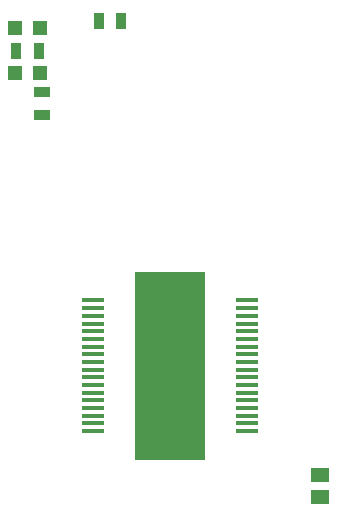
<source format=gtp>
G04 (created by PCBNEW (2013-07-07 BZR 4022)-stable) date 20/09/2014 07:20:55*
%MOIN*%
G04 Gerber Fmt 3.4, Leading zero omitted, Abs format*
%FSLAX34Y34*%
G01*
G70*
G90*
G04 APERTURE LIST*
%ADD10C,0.00590551*%
%ADD11R,0.035X0.055*%
%ADD12R,0.055X0.035*%
%ADD13R,0.23622X0.629921*%
%ADD14R,0.0728346X0.0177165*%
%ADD15R,0.0472X0.0472*%
%ADD16R,0.059X0.0512*%
G04 APERTURE END LIST*
G54D10*
G54D11*
X76625Y-40500D03*
X75875Y-40500D03*
G54D12*
X74000Y-42875D03*
X74000Y-43625D03*
G54D13*
X78250Y-52000D03*
G54D14*
X80809Y-54175D03*
X80809Y-53919D03*
X80809Y-53663D03*
X80809Y-53407D03*
X80809Y-53151D03*
X80809Y-52895D03*
X80809Y-52639D03*
X80809Y-52383D03*
X80809Y-52127D03*
X80809Y-51872D03*
X80809Y-51616D03*
X80809Y-51360D03*
X80809Y-51104D03*
X80809Y-50848D03*
X80809Y-50592D03*
X80809Y-50336D03*
X80809Y-50080D03*
X80809Y-49824D03*
X75690Y-49824D03*
X75690Y-50080D03*
X75690Y-50336D03*
X75690Y-50592D03*
X75690Y-50848D03*
X75690Y-51104D03*
X75690Y-51360D03*
X75690Y-51616D03*
X75690Y-51872D03*
X75690Y-52127D03*
X75690Y-52383D03*
X75690Y-52639D03*
X75690Y-52895D03*
X75690Y-53151D03*
X75690Y-53407D03*
X75690Y-53663D03*
X75690Y-53919D03*
X75690Y-54175D03*
G54D15*
X73087Y-40750D03*
X73913Y-40750D03*
X73087Y-42250D03*
X73913Y-42250D03*
G54D16*
X83250Y-56375D03*
X83250Y-55625D03*
G54D11*
X73125Y-41500D03*
X73875Y-41500D03*
M02*

</source>
